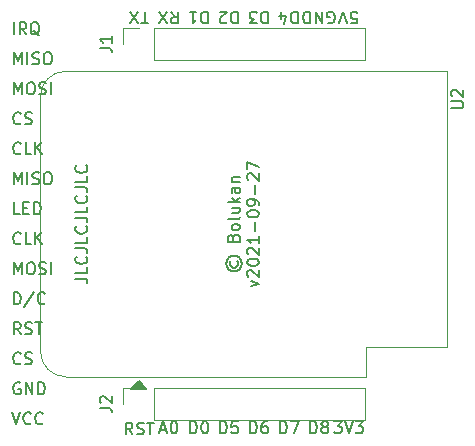
<source format=gto>
G04 #@! TF.GenerationSoftware,KiCad,Pcbnew,(5.1.10)-1*
G04 #@! TF.CreationDate,2021-09-27T00:24:43+02:00*
G04 #@! TF.ProjectId,ili9341,696c6939-3334-4312-9e6b-696361645f70,rev?*
G04 #@! TF.SameCoordinates,Original*
G04 #@! TF.FileFunction,Legend,Top*
G04 #@! TF.FilePolarity,Positive*
%FSLAX46Y46*%
G04 Gerber Fmt 4.6, Leading zero omitted, Abs format (unit mm)*
G04 Created by KiCad (PCBNEW (5.1.10)-1) date 2021-09-27 00:24:43*
%MOMM*%
%LPD*%
G01*
G04 APERTURE LIST*
%ADD10C,0.150000*%
%ADD11C,0.120000*%
%ADD12O,1.700000X1.700000*%
%ADD13R,1.700000X1.700000*%
%ADD14C,5.600000*%
%ADD15O,1.600000X2.000000*%
%ADD16R,2.000000X2.000000*%
G04 APERTURE END LIST*
D10*
X105037476Y-80636666D02*
X104989857Y-80731904D01*
X104989857Y-80922380D01*
X105037476Y-81017619D01*
X105132714Y-81112857D01*
X105227952Y-81160476D01*
X105418428Y-81160476D01*
X105513666Y-81112857D01*
X105608904Y-81017619D01*
X105656523Y-80922380D01*
X105656523Y-80731904D01*
X105608904Y-80636666D01*
X104656523Y-80827142D02*
X104704142Y-81065238D01*
X104847000Y-81303333D01*
X105085095Y-81446190D01*
X105323190Y-81493809D01*
X105561285Y-81446190D01*
X105799380Y-81303333D01*
X105942238Y-81065238D01*
X105989857Y-80827142D01*
X105942238Y-80589047D01*
X105799380Y-80350952D01*
X105561285Y-80208095D01*
X105323190Y-80160476D01*
X105085095Y-80208095D01*
X104847000Y-80350952D01*
X104704142Y-80589047D01*
X104656523Y-80827142D01*
X105275571Y-78636666D02*
X105323190Y-78493809D01*
X105370809Y-78446190D01*
X105466047Y-78398571D01*
X105608904Y-78398571D01*
X105704142Y-78446190D01*
X105751761Y-78493809D01*
X105799380Y-78589047D01*
X105799380Y-78970000D01*
X104799380Y-78970000D01*
X104799380Y-78636666D01*
X104847000Y-78541428D01*
X104894619Y-78493809D01*
X104989857Y-78446190D01*
X105085095Y-78446190D01*
X105180333Y-78493809D01*
X105227952Y-78541428D01*
X105275571Y-78636666D01*
X105275571Y-78970000D01*
X105799380Y-77827142D02*
X105751761Y-77922380D01*
X105704142Y-77970000D01*
X105608904Y-78017619D01*
X105323190Y-78017619D01*
X105227952Y-77970000D01*
X105180333Y-77922380D01*
X105132714Y-77827142D01*
X105132714Y-77684285D01*
X105180333Y-77589047D01*
X105227952Y-77541428D01*
X105323190Y-77493809D01*
X105608904Y-77493809D01*
X105704142Y-77541428D01*
X105751761Y-77589047D01*
X105799380Y-77684285D01*
X105799380Y-77827142D01*
X105799380Y-76922380D02*
X105751761Y-77017619D01*
X105656523Y-77065238D01*
X104799380Y-77065238D01*
X105132714Y-76112857D02*
X105799380Y-76112857D01*
X105132714Y-76541428D02*
X105656523Y-76541428D01*
X105751761Y-76493809D01*
X105799380Y-76398571D01*
X105799380Y-76255714D01*
X105751761Y-76160476D01*
X105704142Y-76112857D01*
X105799380Y-75636666D02*
X104799380Y-75636666D01*
X105418428Y-75541428D02*
X105799380Y-75255714D01*
X105132714Y-75255714D02*
X105513666Y-75636666D01*
X105799380Y-74398571D02*
X105275571Y-74398571D01*
X105180333Y-74446190D01*
X105132714Y-74541428D01*
X105132714Y-74731904D01*
X105180333Y-74827142D01*
X105751761Y-74398571D02*
X105799380Y-74493809D01*
X105799380Y-74731904D01*
X105751761Y-74827142D01*
X105656523Y-74874761D01*
X105561285Y-74874761D01*
X105466047Y-74827142D01*
X105418428Y-74731904D01*
X105418428Y-74493809D01*
X105370809Y-74398571D01*
X105132714Y-73922380D02*
X105799380Y-73922380D01*
X105227952Y-73922380D02*
X105180333Y-73874761D01*
X105132714Y-73779523D01*
X105132714Y-73636666D01*
X105180333Y-73541428D01*
X105275571Y-73493809D01*
X105799380Y-73493809D01*
X106782714Y-82755714D02*
X107449380Y-82517619D01*
X106782714Y-82279523D01*
X106544619Y-81946190D02*
X106497000Y-81898571D01*
X106449380Y-81803333D01*
X106449380Y-81565238D01*
X106497000Y-81470000D01*
X106544619Y-81422380D01*
X106639857Y-81374761D01*
X106735095Y-81374761D01*
X106877952Y-81422380D01*
X107449380Y-81993809D01*
X107449380Y-81374761D01*
X106449380Y-80755714D02*
X106449380Y-80660476D01*
X106497000Y-80565238D01*
X106544619Y-80517619D01*
X106639857Y-80470000D01*
X106830333Y-80422380D01*
X107068428Y-80422380D01*
X107258904Y-80470000D01*
X107354142Y-80517619D01*
X107401761Y-80565238D01*
X107449380Y-80660476D01*
X107449380Y-80755714D01*
X107401761Y-80850952D01*
X107354142Y-80898571D01*
X107258904Y-80946190D01*
X107068428Y-80993809D01*
X106830333Y-80993809D01*
X106639857Y-80946190D01*
X106544619Y-80898571D01*
X106497000Y-80850952D01*
X106449380Y-80755714D01*
X106544619Y-80041428D02*
X106497000Y-79993809D01*
X106449380Y-79898571D01*
X106449380Y-79660476D01*
X106497000Y-79565238D01*
X106544619Y-79517619D01*
X106639857Y-79470000D01*
X106735095Y-79470000D01*
X106877952Y-79517619D01*
X107449380Y-80089047D01*
X107449380Y-79470000D01*
X107449380Y-78517619D02*
X107449380Y-79089047D01*
X107449380Y-78803333D02*
X106449380Y-78803333D01*
X106592238Y-78898571D01*
X106687476Y-78993809D01*
X106735095Y-79089047D01*
X107068428Y-78089047D02*
X107068428Y-77327142D01*
X106449380Y-76660476D02*
X106449380Y-76565238D01*
X106497000Y-76470000D01*
X106544619Y-76422380D01*
X106639857Y-76374761D01*
X106830333Y-76327142D01*
X107068428Y-76327142D01*
X107258904Y-76374761D01*
X107354142Y-76422380D01*
X107401761Y-76470000D01*
X107449380Y-76565238D01*
X107449380Y-76660476D01*
X107401761Y-76755714D01*
X107354142Y-76803333D01*
X107258904Y-76850952D01*
X107068428Y-76898571D01*
X106830333Y-76898571D01*
X106639857Y-76850952D01*
X106544619Y-76803333D01*
X106497000Y-76755714D01*
X106449380Y-76660476D01*
X107449380Y-75850952D02*
X107449380Y-75660476D01*
X107401761Y-75565238D01*
X107354142Y-75517619D01*
X107211285Y-75422380D01*
X107020809Y-75374761D01*
X106639857Y-75374761D01*
X106544619Y-75422380D01*
X106497000Y-75470000D01*
X106449380Y-75565238D01*
X106449380Y-75755714D01*
X106497000Y-75850952D01*
X106544619Y-75898571D01*
X106639857Y-75946190D01*
X106877952Y-75946190D01*
X106973190Y-75898571D01*
X107020809Y-75850952D01*
X107068428Y-75755714D01*
X107068428Y-75565238D01*
X107020809Y-75470000D01*
X106973190Y-75422380D01*
X106877952Y-75374761D01*
X107068428Y-74946190D02*
X107068428Y-74184285D01*
X106544619Y-73755714D02*
X106497000Y-73708095D01*
X106449380Y-73612857D01*
X106449380Y-73374761D01*
X106497000Y-73279523D01*
X106544619Y-73231904D01*
X106639857Y-73184285D01*
X106735095Y-73184285D01*
X106877952Y-73231904D01*
X107449380Y-73803333D01*
X107449380Y-73184285D01*
X106449380Y-72850952D02*
X106449380Y-72184285D01*
X107449380Y-72612857D01*
X91908380Y-82089047D02*
X92622666Y-82089047D01*
X92765523Y-82136666D01*
X92860761Y-82231904D01*
X92908380Y-82374761D01*
X92908380Y-82470000D01*
X92908380Y-81136666D02*
X92908380Y-81612857D01*
X91908380Y-81612857D01*
X92813142Y-80231904D02*
X92860761Y-80279523D01*
X92908380Y-80422380D01*
X92908380Y-80517619D01*
X92860761Y-80660476D01*
X92765523Y-80755714D01*
X92670285Y-80803333D01*
X92479809Y-80850952D01*
X92336952Y-80850952D01*
X92146476Y-80803333D01*
X92051238Y-80755714D01*
X91956000Y-80660476D01*
X91908380Y-80517619D01*
X91908380Y-80422380D01*
X91956000Y-80279523D01*
X92003619Y-80231904D01*
X91908380Y-79517619D02*
X92622666Y-79517619D01*
X92765523Y-79565238D01*
X92860761Y-79660476D01*
X92908380Y-79803333D01*
X92908380Y-79898571D01*
X92908380Y-78565238D02*
X92908380Y-79041428D01*
X91908380Y-79041428D01*
X92813142Y-77660476D02*
X92860761Y-77708095D01*
X92908380Y-77850952D01*
X92908380Y-77946190D01*
X92860761Y-78089047D01*
X92765523Y-78184285D01*
X92670285Y-78231904D01*
X92479809Y-78279523D01*
X92336952Y-78279523D01*
X92146476Y-78231904D01*
X92051238Y-78184285D01*
X91956000Y-78089047D01*
X91908380Y-77946190D01*
X91908380Y-77850952D01*
X91956000Y-77708095D01*
X92003619Y-77660476D01*
X91908380Y-76946190D02*
X92622666Y-76946190D01*
X92765523Y-76993809D01*
X92860761Y-77089047D01*
X92908380Y-77231904D01*
X92908380Y-77327142D01*
X92908380Y-75993809D02*
X92908380Y-76470000D01*
X91908380Y-76470000D01*
X92813142Y-75089047D02*
X92860761Y-75136666D01*
X92908380Y-75279523D01*
X92908380Y-75374761D01*
X92860761Y-75517619D01*
X92765523Y-75612857D01*
X92670285Y-75660476D01*
X92479809Y-75708095D01*
X92336952Y-75708095D01*
X92146476Y-75660476D01*
X92051238Y-75612857D01*
X91956000Y-75517619D01*
X91908380Y-75374761D01*
X91908380Y-75279523D01*
X91956000Y-75136666D01*
X92003619Y-75089047D01*
X91908380Y-74374761D02*
X92622666Y-74374761D01*
X92765523Y-74422380D01*
X92860761Y-74517619D01*
X92908380Y-74660476D01*
X92908380Y-74755714D01*
X92908380Y-73422380D02*
X92908380Y-73898571D01*
X91908380Y-73898571D01*
X92813142Y-72517619D02*
X92860761Y-72565238D01*
X92908380Y-72708095D01*
X92908380Y-72803333D01*
X92860761Y-72946190D01*
X92765523Y-73041428D01*
X92670285Y-73089047D01*
X92479809Y-73136666D01*
X92336952Y-73136666D01*
X92146476Y-73089047D01*
X92051238Y-73041428D01*
X91956000Y-72946190D01*
X91908380Y-72803333D01*
X91908380Y-72708095D01*
X91956000Y-72565238D01*
X92003619Y-72517619D01*
X115252476Y-60491619D02*
X115728666Y-60491619D01*
X115776285Y-60015428D01*
X115728666Y-60063047D01*
X115633428Y-60110666D01*
X115395333Y-60110666D01*
X115300095Y-60063047D01*
X115252476Y-60015428D01*
X115204857Y-59920190D01*
X115204857Y-59682095D01*
X115252476Y-59586857D01*
X115300095Y-59539238D01*
X115395333Y-59491619D01*
X115633428Y-59491619D01*
X115728666Y-59539238D01*
X115776285Y-59586857D01*
X114919142Y-60491619D02*
X114585809Y-59491619D01*
X114252476Y-60491619D01*
X113283904Y-60444000D02*
X113379142Y-60491619D01*
X113522000Y-60491619D01*
X113664857Y-60444000D01*
X113760095Y-60348761D01*
X113807714Y-60253523D01*
X113855333Y-60063047D01*
X113855333Y-59920190D01*
X113807714Y-59729714D01*
X113760095Y-59634476D01*
X113664857Y-59539238D01*
X113522000Y-59491619D01*
X113426761Y-59491619D01*
X113283904Y-59539238D01*
X113236285Y-59586857D01*
X113236285Y-59920190D01*
X113426761Y-59920190D01*
X112807714Y-59491619D02*
X112807714Y-60491619D01*
X112236285Y-59491619D01*
X112236285Y-60491619D01*
X111760095Y-59491619D02*
X111760095Y-60491619D01*
X111522000Y-60491619D01*
X111379142Y-60444000D01*
X111283904Y-60348761D01*
X111236285Y-60253523D01*
X111188666Y-60063047D01*
X111188666Y-59920190D01*
X111236285Y-59729714D01*
X111283904Y-59634476D01*
X111379142Y-59539238D01*
X111522000Y-59491619D01*
X111760095Y-59491619D01*
X110720095Y-59491619D02*
X110720095Y-60491619D01*
X110482000Y-60491619D01*
X110339142Y-60444000D01*
X110243904Y-60348761D01*
X110196285Y-60253523D01*
X110148666Y-60063047D01*
X110148666Y-59920190D01*
X110196285Y-59729714D01*
X110243904Y-59634476D01*
X110339142Y-59539238D01*
X110482000Y-59491619D01*
X110720095Y-59491619D01*
X109291523Y-60158285D02*
X109291523Y-59491619D01*
X109529619Y-60539238D02*
X109767714Y-59824952D01*
X109148666Y-59824952D01*
X108180095Y-59491619D02*
X108180095Y-60491619D01*
X107942000Y-60491619D01*
X107799142Y-60444000D01*
X107703904Y-60348761D01*
X107656285Y-60253523D01*
X107608666Y-60063047D01*
X107608666Y-59920190D01*
X107656285Y-59729714D01*
X107703904Y-59634476D01*
X107799142Y-59539238D01*
X107942000Y-59491619D01*
X108180095Y-59491619D01*
X107275333Y-60491619D02*
X106656285Y-60491619D01*
X106989619Y-60110666D01*
X106846761Y-60110666D01*
X106751523Y-60063047D01*
X106703904Y-60015428D01*
X106656285Y-59920190D01*
X106656285Y-59682095D01*
X106703904Y-59586857D01*
X106751523Y-59539238D01*
X106846761Y-59491619D01*
X107132476Y-59491619D01*
X107227714Y-59539238D01*
X107275333Y-59586857D01*
X105640095Y-59491619D02*
X105640095Y-60491619D01*
X105402000Y-60491619D01*
X105259142Y-60444000D01*
X105163904Y-60348761D01*
X105116285Y-60253523D01*
X105068666Y-60063047D01*
X105068666Y-59920190D01*
X105116285Y-59729714D01*
X105163904Y-59634476D01*
X105259142Y-59539238D01*
X105402000Y-59491619D01*
X105640095Y-59491619D01*
X104687714Y-60396380D02*
X104640095Y-60444000D01*
X104544857Y-60491619D01*
X104306761Y-60491619D01*
X104211523Y-60444000D01*
X104163904Y-60396380D01*
X104116285Y-60301142D01*
X104116285Y-60205904D01*
X104163904Y-60063047D01*
X104735333Y-59491619D01*
X104116285Y-59491619D01*
X103100095Y-59491619D02*
X103100095Y-60491619D01*
X102862000Y-60491619D01*
X102719142Y-60444000D01*
X102623904Y-60348761D01*
X102576285Y-60253523D01*
X102528666Y-60063047D01*
X102528666Y-59920190D01*
X102576285Y-59729714D01*
X102623904Y-59634476D01*
X102719142Y-59539238D01*
X102862000Y-59491619D01*
X103100095Y-59491619D01*
X101576285Y-59491619D02*
X102147714Y-59491619D01*
X101862000Y-59491619D02*
X101862000Y-60491619D01*
X101957238Y-60348761D01*
X102052476Y-60253523D01*
X102147714Y-60205904D01*
X99988666Y-59491619D02*
X100322000Y-59967809D01*
X100560095Y-59491619D02*
X100560095Y-60491619D01*
X100179142Y-60491619D01*
X100083904Y-60444000D01*
X100036285Y-60396380D01*
X99988666Y-60301142D01*
X99988666Y-60158285D01*
X100036285Y-60063047D01*
X100083904Y-60015428D01*
X100179142Y-59967809D01*
X100560095Y-59967809D01*
X99655333Y-60491619D02*
X98988666Y-59491619D01*
X98988666Y-60491619D02*
X99655333Y-59491619D01*
X98043904Y-60491619D02*
X97472476Y-60491619D01*
X97758190Y-59491619D02*
X97758190Y-60491619D01*
X97234380Y-60491619D02*
X96567714Y-59491619D01*
X96567714Y-60491619D02*
X97234380Y-59491619D01*
X113823904Y-94194380D02*
X114442952Y-94194380D01*
X114109619Y-94575333D01*
X114252476Y-94575333D01*
X114347714Y-94622952D01*
X114395333Y-94670571D01*
X114442952Y-94765809D01*
X114442952Y-95003904D01*
X114395333Y-95099142D01*
X114347714Y-95146761D01*
X114252476Y-95194380D01*
X113966761Y-95194380D01*
X113871523Y-95146761D01*
X113823904Y-95099142D01*
X114728666Y-94194380D02*
X115062000Y-95194380D01*
X115395333Y-94194380D01*
X115633428Y-94194380D02*
X116252476Y-94194380D01*
X115919142Y-94575333D01*
X116062000Y-94575333D01*
X116157238Y-94622952D01*
X116204857Y-94670571D01*
X116252476Y-94765809D01*
X116252476Y-95003904D01*
X116204857Y-95099142D01*
X116157238Y-95146761D01*
X116062000Y-95194380D01*
X115776285Y-95194380D01*
X115681047Y-95146761D01*
X115633428Y-95099142D01*
X111783904Y-95194380D02*
X111783904Y-94194380D01*
X112022000Y-94194380D01*
X112164857Y-94242000D01*
X112260095Y-94337238D01*
X112307714Y-94432476D01*
X112355333Y-94622952D01*
X112355333Y-94765809D01*
X112307714Y-94956285D01*
X112260095Y-95051523D01*
X112164857Y-95146761D01*
X112022000Y-95194380D01*
X111783904Y-95194380D01*
X112926761Y-94622952D02*
X112831523Y-94575333D01*
X112783904Y-94527714D01*
X112736285Y-94432476D01*
X112736285Y-94384857D01*
X112783904Y-94289619D01*
X112831523Y-94242000D01*
X112926761Y-94194380D01*
X113117238Y-94194380D01*
X113212476Y-94242000D01*
X113260095Y-94289619D01*
X113307714Y-94384857D01*
X113307714Y-94432476D01*
X113260095Y-94527714D01*
X113212476Y-94575333D01*
X113117238Y-94622952D01*
X112926761Y-94622952D01*
X112831523Y-94670571D01*
X112783904Y-94718190D01*
X112736285Y-94813428D01*
X112736285Y-95003904D01*
X112783904Y-95099142D01*
X112831523Y-95146761D01*
X112926761Y-95194380D01*
X113117238Y-95194380D01*
X113212476Y-95146761D01*
X113260095Y-95099142D01*
X113307714Y-95003904D01*
X113307714Y-94813428D01*
X113260095Y-94718190D01*
X113212476Y-94670571D01*
X113117238Y-94622952D01*
X109243904Y-95194380D02*
X109243904Y-94194380D01*
X109482000Y-94194380D01*
X109624857Y-94242000D01*
X109720095Y-94337238D01*
X109767714Y-94432476D01*
X109815333Y-94622952D01*
X109815333Y-94765809D01*
X109767714Y-94956285D01*
X109720095Y-95051523D01*
X109624857Y-95146761D01*
X109482000Y-95194380D01*
X109243904Y-95194380D01*
X110148666Y-94194380D02*
X110815333Y-94194380D01*
X110386761Y-95194380D01*
X106703904Y-95194380D02*
X106703904Y-94194380D01*
X106942000Y-94194380D01*
X107084857Y-94242000D01*
X107180095Y-94337238D01*
X107227714Y-94432476D01*
X107275333Y-94622952D01*
X107275333Y-94765809D01*
X107227714Y-94956285D01*
X107180095Y-95051523D01*
X107084857Y-95146761D01*
X106942000Y-95194380D01*
X106703904Y-95194380D01*
X108132476Y-94194380D02*
X107942000Y-94194380D01*
X107846761Y-94242000D01*
X107799142Y-94289619D01*
X107703904Y-94432476D01*
X107656285Y-94622952D01*
X107656285Y-95003904D01*
X107703904Y-95099142D01*
X107751523Y-95146761D01*
X107846761Y-95194380D01*
X108037238Y-95194380D01*
X108132476Y-95146761D01*
X108180095Y-95099142D01*
X108227714Y-95003904D01*
X108227714Y-94765809D01*
X108180095Y-94670571D01*
X108132476Y-94622952D01*
X108037238Y-94575333D01*
X107846761Y-94575333D01*
X107751523Y-94622952D01*
X107703904Y-94670571D01*
X107656285Y-94765809D01*
X104163904Y-95194380D02*
X104163904Y-94194380D01*
X104402000Y-94194380D01*
X104544857Y-94242000D01*
X104640095Y-94337238D01*
X104687714Y-94432476D01*
X104735333Y-94622952D01*
X104735333Y-94765809D01*
X104687714Y-94956285D01*
X104640095Y-95051523D01*
X104544857Y-95146761D01*
X104402000Y-95194380D01*
X104163904Y-95194380D01*
X105640095Y-94194380D02*
X105163904Y-94194380D01*
X105116285Y-94670571D01*
X105163904Y-94622952D01*
X105259142Y-94575333D01*
X105497238Y-94575333D01*
X105592476Y-94622952D01*
X105640095Y-94670571D01*
X105687714Y-94765809D01*
X105687714Y-95003904D01*
X105640095Y-95099142D01*
X105592476Y-95146761D01*
X105497238Y-95194380D01*
X105259142Y-95194380D01*
X105163904Y-95146761D01*
X105116285Y-95099142D01*
X101623904Y-95194380D02*
X101623904Y-94194380D01*
X101862000Y-94194380D01*
X102004857Y-94242000D01*
X102100095Y-94337238D01*
X102147714Y-94432476D01*
X102195333Y-94622952D01*
X102195333Y-94765809D01*
X102147714Y-94956285D01*
X102100095Y-95051523D01*
X102004857Y-95146761D01*
X101862000Y-95194380D01*
X101623904Y-95194380D01*
X102814380Y-94194380D02*
X102909619Y-94194380D01*
X103004857Y-94242000D01*
X103052476Y-94289619D01*
X103100095Y-94384857D01*
X103147714Y-94575333D01*
X103147714Y-94813428D01*
X103100095Y-95003904D01*
X103052476Y-95099142D01*
X103004857Y-95146761D01*
X102909619Y-95194380D01*
X102814380Y-95194380D01*
X102719142Y-95146761D01*
X102671523Y-95099142D01*
X102623904Y-95003904D01*
X102576285Y-94813428D01*
X102576285Y-94575333D01*
X102623904Y-94384857D01*
X102671523Y-94289619D01*
X102719142Y-94242000D01*
X102814380Y-94194380D01*
X99107714Y-94908666D02*
X99583904Y-94908666D01*
X99012476Y-95194380D02*
X99345809Y-94194380D01*
X99679142Y-95194380D01*
X100202952Y-94194380D02*
X100298190Y-94194380D01*
X100393428Y-94242000D01*
X100441047Y-94289619D01*
X100488666Y-94384857D01*
X100536285Y-94575333D01*
X100536285Y-94813428D01*
X100488666Y-95003904D01*
X100441047Y-95099142D01*
X100393428Y-95146761D01*
X100298190Y-95194380D01*
X100202952Y-95194380D01*
X100107714Y-95146761D01*
X100060095Y-95099142D01*
X100012476Y-95003904D01*
X99964857Y-94813428D01*
X99964857Y-94575333D01*
X100012476Y-94384857D01*
X100060095Y-94289619D01*
X100107714Y-94242000D01*
X100202952Y-94194380D01*
X96734380Y-95295980D02*
X96401047Y-94819790D01*
X96162952Y-95295980D02*
X96162952Y-94295980D01*
X96543904Y-94295980D01*
X96639142Y-94343600D01*
X96686761Y-94391219D01*
X96734380Y-94486457D01*
X96734380Y-94629314D01*
X96686761Y-94724552D01*
X96639142Y-94772171D01*
X96543904Y-94819790D01*
X96162952Y-94819790D01*
X97115333Y-95248361D02*
X97258190Y-95295980D01*
X97496285Y-95295980D01*
X97591523Y-95248361D01*
X97639142Y-95200742D01*
X97686761Y-95105504D01*
X97686761Y-95010266D01*
X97639142Y-94915028D01*
X97591523Y-94867409D01*
X97496285Y-94819790D01*
X97305809Y-94772171D01*
X97210571Y-94724552D01*
X97162952Y-94676933D01*
X97115333Y-94581695D01*
X97115333Y-94486457D01*
X97162952Y-94391219D01*
X97210571Y-94343600D01*
X97305809Y-94295980D01*
X97543904Y-94295980D01*
X97686761Y-94343600D01*
X97972476Y-94295980D02*
X98543904Y-94295980D01*
X98258190Y-95295980D02*
X98258190Y-94295980D01*
X86552738Y-93432380D02*
X86886071Y-94432380D01*
X87219404Y-93432380D01*
X88124166Y-94337142D02*
X88076547Y-94384761D01*
X87933690Y-94432380D01*
X87838452Y-94432380D01*
X87695595Y-94384761D01*
X87600357Y-94289523D01*
X87552738Y-94194285D01*
X87505119Y-94003809D01*
X87505119Y-93860952D01*
X87552738Y-93670476D01*
X87600357Y-93575238D01*
X87695595Y-93480000D01*
X87838452Y-93432380D01*
X87933690Y-93432380D01*
X88076547Y-93480000D01*
X88124166Y-93527619D01*
X89124166Y-94337142D02*
X89076547Y-94384761D01*
X88933690Y-94432380D01*
X88838452Y-94432380D01*
X88695595Y-94384761D01*
X88600357Y-94289523D01*
X88552738Y-94194285D01*
X88505119Y-94003809D01*
X88505119Y-93860952D01*
X88552738Y-93670476D01*
X88600357Y-93575238D01*
X88695595Y-93480000D01*
X88838452Y-93432380D01*
X88933690Y-93432380D01*
X89076547Y-93480000D01*
X89124166Y-93527619D01*
X87219404Y-90940000D02*
X87124166Y-90892380D01*
X86981309Y-90892380D01*
X86838452Y-90940000D01*
X86743214Y-91035238D01*
X86695595Y-91130476D01*
X86647976Y-91320952D01*
X86647976Y-91463809D01*
X86695595Y-91654285D01*
X86743214Y-91749523D01*
X86838452Y-91844761D01*
X86981309Y-91892380D01*
X87076547Y-91892380D01*
X87219404Y-91844761D01*
X87267023Y-91797142D01*
X87267023Y-91463809D01*
X87076547Y-91463809D01*
X87695595Y-91892380D02*
X87695595Y-90892380D01*
X88267023Y-91892380D01*
X88267023Y-90892380D01*
X88743214Y-91892380D02*
X88743214Y-90892380D01*
X88981309Y-90892380D01*
X89124166Y-90940000D01*
X89219404Y-91035238D01*
X89267023Y-91130476D01*
X89314642Y-91320952D01*
X89314642Y-91463809D01*
X89267023Y-91654285D01*
X89219404Y-91749523D01*
X89124166Y-91844761D01*
X88981309Y-91892380D01*
X88743214Y-91892380D01*
X87267023Y-89257142D02*
X87219404Y-89304761D01*
X87076547Y-89352380D01*
X86981309Y-89352380D01*
X86838452Y-89304761D01*
X86743214Y-89209523D01*
X86695595Y-89114285D01*
X86647976Y-88923809D01*
X86647976Y-88780952D01*
X86695595Y-88590476D01*
X86743214Y-88495238D01*
X86838452Y-88400000D01*
X86981309Y-88352380D01*
X87076547Y-88352380D01*
X87219404Y-88400000D01*
X87267023Y-88447619D01*
X87647976Y-89304761D02*
X87790833Y-89352380D01*
X88028928Y-89352380D01*
X88124166Y-89304761D01*
X88171785Y-89257142D01*
X88219404Y-89161904D01*
X88219404Y-89066666D01*
X88171785Y-88971428D01*
X88124166Y-88923809D01*
X88028928Y-88876190D01*
X87838452Y-88828571D01*
X87743214Y-88780952D01*
X87695595Y-88733333D01*
X87647976Y-88638095D01*
X87647976Y-88542857D01*
X87695595Y-88447619D01*
X87743214Y-88400000D01*
X87838452Y-88352380D01*
X88076547Y-88352380D01*
X88219404Y-88400000D01*
X87267023Y-86812380D02*
X86933690Y-86336190D01*
X86695595Y-86812380D02*
X86695595Y-85812380D01*
X87076547Y-85812380D01*
X87171785Y-85860000D01*
X87219404Y-85907619D01*
X87267023Y-86002857D01*
X87267023Y-86145714D01*
X87219404Y-86240952D01*
X87171785Y-86288571D01*
X87076547Y-86336190D01*
X86695595Y-86336190D01*
X87647976Y-86764761D02*
X87790833Y-86812380D01*
X88028928Y-86812380D01*
X88124166Y-86764761D01*
X88171785Y-86717142D01*
X88219404Y-86621904D01*
X88219404Y-86526666D01*
X88171785Y-86431428D01*
X88124166Y-86383809D01*
X88028928Y-86336190D01*
X87838452Y-86288571D01*
X87743214Y-86240952D01*
X87695595Y-86193333D01*
X87647976Y-86098095D01*
X87647976Y-86002857D01*
X87695595Y-85907619D01*
X87743214Y-85860000D01*
X87838452Y-85812380D01*
X88076547Y-85812380D01*
X88219404Y-85860000D01*
X88505119Y-85812380D02*
X89076547Y-85812380D01*
X88790833Y-86812380D02*
X88790833Y-85812380D01*
X86695595Y-84272380D02*
X86695595Y-83272380D01*
X86933690Y-83272380D01*
X87076547Y-83320000D01*
X87171785Y-83415238D01*
X87219404Y-83510476D01*
X87267023Y-83700952D01*
X87267023Y-83843809D01*
X87219404Y-84034285D01*
X87171785Y-84129523D01*
X87076547Y-84224761D01*
X86933690Y-84272380D01*
X86695595Y-84272380D01*
X88409880Y-83224761D02*
X87552738Y-84510476D01*
X89314642Y-84177142D02*
X89267023Y-84224761D01*
X89124166Y-84272380D01*
X89028928Y-84272380D01*
X88886071Y-84224761D01*
X88790833Y-84129523D01*
X88743214Y-84034285D01*
X88695595Y-83843809D01*
X88695595Y-83700952D01*
X88743214Y-83510476D01*
X88790833Y-83415238D01*
X88886071Y-83320000D01*
X89028928Y-83272380D01*
X89124166Y-83272380D01*
X89267023Y-83320000D01*
X89314642Y-83367619D01*
X86695595Y-81732380D02*
X86695595Y-80732380D01*
X87028928Y-81446666D01*
X87362261Y-80732380D01*
X87362261Y-81732380D01*
X88028928Y-80732380D02*
X88219404Y-80732380D01*
X88314642Y-80780000D01*
X88409880Y-80875238D01*
X88457500Y-81065714D01*
X88457500Y-81399047D01*
X88409880Y-81589523D01*
X88314642Y-81684761D01*
X88219404Y-81732380D01*
X88028928Y-81732380D01*
X87933690Y-81684761D01*
X87838452Y-81589523D01*
X87790833Y-81399047D01*
X87790833Y-81065714D01*
X87838452Y-80875238D01*
X87933690Y-80780000D01*
X88028928Y-80732380D01*
X88838452Y-81684761D02*
X88981309Y-81732380D01*
X89219404Y-81732380D01*
X89314642Y-81684761D01*
X89362261Y-81637142D01*
X89409880Y-81541904D01*
X89409880Y-81446666D01*
X89362261Y-81351428D01*
X89314642Y-81303809D01*
X89219404Y-81256190D01*
X89028928Y-81208571D01*
X88933690Y-81160952D01*
X88886071Y-81113333D01*
X88838452Y-81018095D01*
X88838452Y-80922857D01*
X88886071Y-80827619D01*
X88933690Y-80780000D01*
X89028928Y-80732380D01*
X89267023Y-80732380D01*
X89409880Y-80780000D01*
X89838452Y-81732380D02*
X89838452Y-80732380D01*
X87267023Y-79097142D02*
X87219404Y-79144761D01*
X87076547Y-79192380D01*
X86981309Y-79192380D01*
X86838452Y-79144761D01*
X86743214Y-79049523D01*
X86695595Y-78954285D01*
X86647976Y-78763809D01*
X86647976Y-78620952D01*
X86695595Y-78430476D01*
X86743214Y-78335238D01*
X86838452Y-78240000D01*
X86981309Y-78192380D01*
X87076547Y-78192380D01*
X87219404Y-78240000D01*
X87267023Y-78287619D01*
X88171785Y-79192380D02*
X87695595Y-79192380D01*
X87695595Y-78192380D01*
X88505119Y-79192380D02*
X88505119Y-78192380D01*
X89076547Y-79192380D02*
X88647976Y-78620952D01*
X89076547Y-78192380D02*
X88505119Y-78763809D01*
X87171785Y-76652380D02*
X86695595Y-76652380D01*
X86695595Y-75652380D01*
X87505119Y-76128571D02*
X87838452Y-76128571D01*
X87981309Y-76652380D02*
X87505119Y-76652380D01*
X87505119Y-75652380D01*
X87981309Y-75652380D01*
X88409880Y-76652380D02*
X88409880Y-75652380D01*
X88647976Y-75652380D01*
X88790833Y-75700000D01*
X88886071Y-75795238D01*
X88933690Y-75890476D01*
X88981309Y-76080952D01*
X88981309Y-76223809D01*
X88933690Y-76414285D01*
X88886071Y-76509523D01*
X88790833Y-76604761D01*
X88647976Y-76652380D01*
X88409880Y-76652380D01*
X86695595Y-74112380D02*
X86695595Y-73112380D01*
X87028928Y-73826666D01*
X87362261Y-73112380D01*
X87362261Y-74112380D01*
X87838452Y-74112380D02*
X87838452Y-73112380D01*
X88267023Y-74064761D02*
X88409880Y-74112380D01*
X88647976Y-74112380D01*
X88743214Y-74064761D01*
X88790833Y-74017142D01*
X88838452Y-73921904D01*
X88838452Y-73826666D01*
X88790833Y-73731428D01*
X88743214Y-73683809D01*
X88647976Y-73636190D01*
X88457500Y-73588571D01*
X88362261Y-73540952D01*
X88314642Y-73493333D01*
X88267023Y-73398095D01*
X88267023Y-73302857D01*
X88314642Y-73207619D01*
X88362261Y-73160000D01*
X88457500Y-73112380D01*
X88695595Y-73112380D01*
X88838452Y-73160000D01*
X89457500Y-73112380D02*
X89647976Y-73112380D01*
X89743214Y-73160000D01*
X89838452Y-73255238D01*
X89886071Y-73445714D01*
X89886071Y-73779047D01*
X89838452Y-73969523D01*
X89743214Y-74064761D01*
X89647976Y-74112380D01*
X89457500Y-74112380D01*
X89362261Y-74064761D01*
X89267023Y-73969523D01*
X89219404Y-73779047D01*
X89219404Y-73445714D01*
X89267023Y-73255238D01*
X89362261Y-73160000D01*
X89457500Y-73112380D01*
X87267023Y-71477142D02*
X87219404Y-71524761D01*
X87076547Y-71572380D01*
X86981309Y-71572380D01*
X86838452Y-71524761D01*
X86743214Y-71429523D01*
X86695595Y-71334285D01*
X86647976Y-71143809D01*
X86647976Y-71000952D01*
X86695595Y-70810476D01*
X86743214Y-70715238D01*
X86838452Y-70620000D01*
X86981309Y-70572380D01*
X87076547Y-70572380D01*
X87219404Y-70620000D01*
X87267023Y-70667619D01*
X88171785Y-71572380D02*
X87695595Y-71572380D01*
X87695595Y-70572380D01*
X88505119Y-71572380D02*
X88505119Y-70572380D01*
X89076547Y-71572380D02*
X88647976Y-71000952D01*
X89076547Y-70572380D02*
X88505119Y-71143809D01*
X87267023Y-68937142D02*
X87219404Y-68984761D01*
X87076547Y-69032380D01*
X86981309Y-69032380D01*
X86838452Y-68984761D01*
X86743214Y-68889523D01*
X86695595Y-68794285D01*
X86647976Y-68603809D01*
X86647976Y-68460952D01*
X86695595Y-68270476D01*
X86743214Y-68175238D01*
X86838452Y-68080000D01*
X86981309Y-68032380D01*
X87076547Y-68032380D01*
X87219404Y-68080000D01*
X87267023Y-68127619D01*
X87647976Y-68984761D02*
X87790833Y-69032380D01*
X88028928Y-69032380D01*
X88124166Y-68984761D01*
X88171785Y-68937142D01*
X88219404Y-68841904D01*
X88219404Y-68746666D01*
X88171785Y-68651428D01*
X88124166Y-68603809D01*
X88028928Y-68556190D01*
X87838452Y-68508571D01*
X87743214Y-68460952D01*
X87695595Y-68413333D01*
X87647976Y-68318095D01*
X87647976Y-68222857D01*
X87695595Y-68127619D01*
X87743214Y-68080000D01*
X87838452Y-68032380D01*
X88076547Y-68032380D01*
X88219404Y-68080000D01*
X86695595Y-66492380D02*
X86695595Y-65492380D01*
X87028928Y-66206666D01*
X87362261Y-65492380D01*
X87362261Y-66492380D01*
X88028928Y-65492380D02*
X88219404Y-65492380D01*
X88314642Y-65540000D01*
X88409880Y-65635238D01*
X88457500Y-65825714D01*
X88457500Y-66159047D01*
X88409880Y-66349523D01*
X88314642Y-66444761D01*
X88219404Y-66492380D01*
X88028928Y-66492380D01*
X87933690Y-66444761D01*
X87838452Y-66349523D01*
X87790833Y-66159047D01*
X87790833Y-65825714D01*
X87838452Y-65635238D01*
X87933690Y-65540000D01*
X88028928Y-65492380D01*
X88838452Y-66444761D02*
X88981309Y-66492380D01*
X89219404Y-66492380D01*
X89314642Y-66444761D01*
X89362261Y-66397142D01*
X89409880Y-66301904D01*
X89409880Y-66206666D01*
X89362261Y-66111428D01*
X89314642Y-66063809D01*
X89219404Y-66016190D01*
X89028928Y-65968571D01*
X88933690Y-65920952D01*
X88886071Y-65873333D01*
X88838452Y-65778095D01*
X88838452Y-65682857D01*
X88886071Y-65587619D01*
X88933690Y-65540000D01*
X89028928Y-65492380D01*
X89267023Y-65492380D01*
X89409880Y-65540000D01*
X89838452Y-66492380D02*
X89838452Y-65492380D01*
X86695595Y-61412380D02*
X86695595Y-60412380D01*
X87743214Y-61412380D02*
X87409880Y-60936190D01*
X87171785Y-61412380D02*
X87171785Y-60412380D01*
X87552738Y-60412380D01*
X87647976Y-60460000D01*
X87695595Y-60507619D01*
X87743214Y-60602857D01*
X87743214Y-60745714D01*
X87695595Y-60840952D01*
X87647976Y-60888571D01*
X87552738Y-60936190D01*
X87171785Y-60936190D01*
X88838452Y-61507619D02*
X88743214Y-61460000D01*
X88647976Y-61364761D01*
X88505119Y-61221904D01*
X88409880Y-61174285D01*
X88314642Y-61174285D01*
X88362261Y-61412380D02*
X88267023Y-61364761D01*
X88171785Y-61269523D01*
X88124166Y-61079047D01*
X88124166Y-60745714D01*
X88171785Y-60555238D01*
X88267023Y-60460000D01*
X88362261Y-60412380D01*
X88552738Y-60412380D01*
X88647976Y-60460000D01*
X88743214Y-60555238D01*
X88790833Y-60745714D01*
X88790833Y-61079047D01*
X88743214Y-61269523D01*
X88647976Y-61364761D01*
X88552738Y-61412380D01*
X88362261Y-61412380D01*
X86695595Y-63952380D02*
X86695595Y-62952380D01*
X87028928Y-63666666D01*
X87362261Y-62952380D01*
X87362261Y-63952380D01*
X87838452Y-63952380D02*
X87838452Y-62952380D01*
X88267023Y-63904761D02*
X88409880Y-63952380D01*
X88647976Y-63952380D01*
X88743214Y-63904761D01*
X88790833Y-63857142D01*
X88838452Y-63761904D01*
X88838452Y-63666666D01*
X88790833Y-63571428D01*
X88743214Y-63523809D01*
X88647976Y-63476190D01*
X88457500Y-63428571D01*
X88362261Y-63380952D01*
X88314642Y-63333333D01*
X88267023Y-63238095D01*
X88267023Y-63142857D01*
X88314642Y-63047619D01*
X88362261Y-63000000D01*
X88457500Y-62952380D01*
X88695595Y-62952380D01*
X88838452Y-63000000D01*
X89457500Y-62952380D02*
X89647976Y-62952380D01*
X89743214Y-63000000D01*
X89838452Y-63095238D01*
X89886071Y-63285714D01*
X89886071Y-63619047D01*
X89838452Y-63809523D01*
X89743214Y-63904761D01*
X89647976Y-63952380D01*
X89457500Y-63952380D01*
X89362261Y-63904761D01*
X89267023Y-63809523D01*
X89219404Y-63619047D01*
X89219404Y-63285714D01*
X89267023Y-63095238D01*
X89362261Y-63000000D01*
X89457500Y-62952380D01*
D11*
X95952000Y-62230000D02*
X95952000Y-60900000D01*
X95952000Y-60900000D02*
X97282000Y-60900000D01*
X98552000Y-60900000D02*
X116392000Y-60900000D01*
X116392000Y-63560000D02*
X116392000Y-60900000D01*
X98552000Y-63560000D02*
X116392000Y-63560000D01*
X98552000Y-63560000D02*
X98552000Y-60900000D01*
X95952000Y-92710000D02*
X95952000Y-91380000D01*
X95952000Y-91380000D02*
X97282000Y-91380000D01*
X98552000Y-91380000D02*
X116392000Y-91380000D01*
X116392000Y-94040000D02*
X116392000Y-91380000D01*
X98552000Y-94040000D02*
X116392000Y-94040000D01*
X98552000Y-94040000D02*
X98552000Y-91380000D01*
X116502000Y-87860000D02*
X123402000Y-87860000D01*
X116502000Y-90400000D02*
X116502000Y-87860000D01*
D10*
G36*
X96647000Y-91440000D02*
G01*
X97917000Y-91440000D01*
X97282000Y-90805000D01*
X96647000Y-91440000D01*
G37*
X96647000Y-91440000D02*
X97917000Y-91440000D01*
X97282000Y-90805000D01*
X96647000Y-91440000D01*
D11*
X88942000Y-66660000D02*
X88942000Y-88270000D01*
X123402000Y-64540000D02*
X91072000Y-64540000D01*
X116502000Y-90400000D02*
X91072000Y-90400000D01*
X123402000Y-87860000D02*
X123402000Y-64540000D01*
X88942000Y-66670000D02*
G75*
G02*
X91072000Y-64540000I2130000J0D01*
G01*
X91072000Y-90400000D02*
G75*
G02*
X88942000Y-88270000I0J2130000D01*
G01*
D10*
X93964380Y-62563333D02*
X94678666Y-62563333D01*
X94821523Y-62610952D01*
X94916761Y-62706190D01*
X94964380Y-62849047D01*
X94964380Y-62944285D01*
X94964380Y-61563333D02*
X94964380Y-62134761D01*
X94964380Y-61849047D02*
X93964380Y-61849047D01*
X94107238Y-61944285D01*
X94202476Y-62039523D01*
X94250095Y-62134761D01*
X93964380Y-93043333D02*
X94678666Y-93043333D01*
X94821523Y-93090952D01*
X94916761Y-93186190D01*
X94964380Y-93329047D01*
X94964380Y-93424285D01*
X94059619Y-92614761D02*
X94012000Y-92567142D01*
X93964380Y-92471904D01*
X93964380Y-92233809D01*
X94012000Y-92138571D01*
X94059619Y-92090952D01*
X94154857Y-92043333D01*
X94250095Y-92043333D01*
X94392952Y-92090952D01*
X94964380Y-92662380D01*
X94964380Y-92043333D01*
X123734380Y-67661904D02*
X124543904Y-67661904D01*
X124639142Y-67614285D01*
X124686761Y-67566666D01*
X124734380Y-67471428D01*
X124734380Y-67280952D01*
X124686761Y-67185714D01*
X124639142Y-67138095D01*
X124543904Y-67090476D01*
X123734380Y-67090476D01*
X123829619Y-66661904D02*
X123782000Y-66614285D01*
X123734380Y-66519047D01*
X123734380Y-66280952D01*
X123782000Y-66185714D01*
X123829619Y-66138095D01*
X123924857Y-66090476D01*
X124020095Y-66090476D01*
X124162952Y-66138095D01*
X124734380Y-66709523D01*
X124734380Y-66090476D01*
%LPC*%
D12*
X115062000Y-62230000D03*
X112522000Y-62230000D03*
X109982000Y-62230000D03*
X107442000Y-62230000D03*
X104902000Y-62230000D03*
X102362000Y-62230000D03*
X99822000Y-62230000D03*
D13*
X97282000Y-62230000D03*
D12*
X115062000Y-92710000D03*
X112522000Y-92710000D03*
X109982000Y-92710000D03*
X107442000Y-92710000D03*
X104902000Y-92710000D03*
X102362000Y-92710000D03*
X99822000Y-92710000D03*
D13*
X97282000Y-92710000D03*
D14*
X92456000Y-86995000D03*
X92456000Y-67945000D03*
D15*
X97282000Y-66040000D03*
X99822000Y-66040000D03*
X102362000Y-66040000D03*
X104902000Y-66040000D03*
X107442000Y-66040000D03*
X109982000Y-66040000D03*
X112522000Y-66040000D03*
X115062000Y-66040000D03*
X115062000Y-88900000D03*
X112522000Y-88900000D03*
X109982000Y-88900000D03*
X107442000Y-88900000D03*
X104902000Y-88900000D03*
X102362000Y-88900000D03*
D16*
X97282000Y-88900000D03*
D15*
X99822000Y-88900000D03*
D12*
X85090000Y-60960000D03*
X85090000Y-63500000D03*
X85090000Y-66040000D03*
X85090000Y-68580000D03*
X85090000Y-71120000D03*
X85090000Y-73660000D03*
X85090000Y-76200000D03*
X85090000Y-78740000D03*
X85090000Y-81280000D03*
X85090000Y-83820000D03*
X85090000Y-86360000D03*
X85090000Y-88900000D03*
X85090000Y-91440000D03*
D13*
X85090000Y-93980000D03*
M02*

</source>
